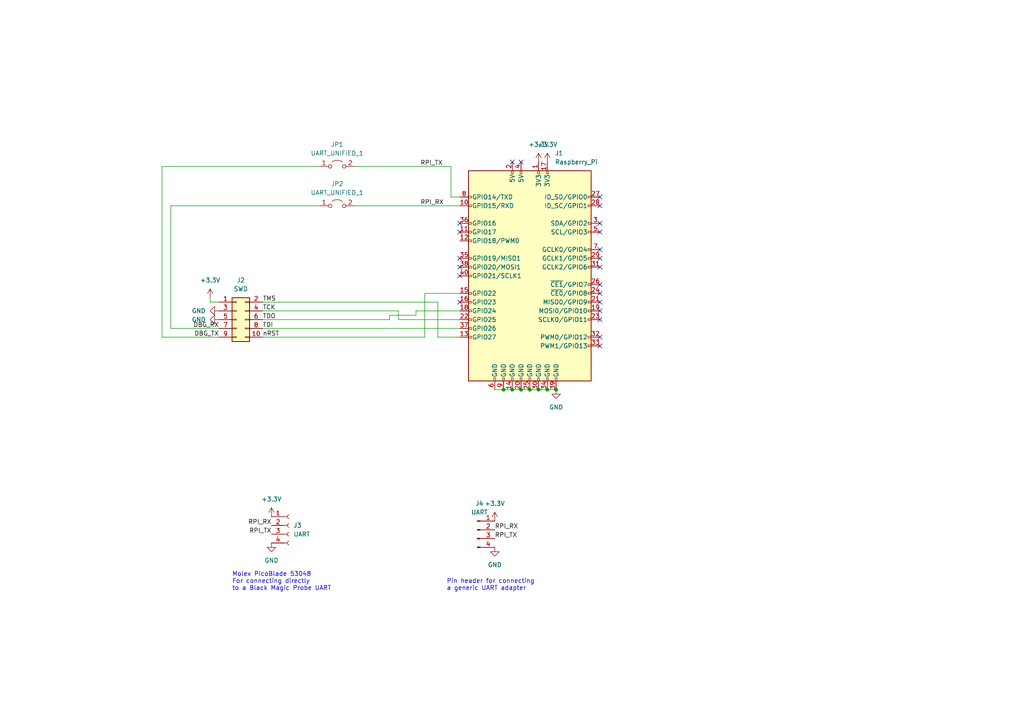
<source format=kicad_sch>
(kicad_sch (version 20230121) (generator eeschema)
  (paper "A4")
  (lib_symbols
    (symbol "Connector:Conn_01x04_Pin" (pin_names (offset 1.016) hide)
      (property "Reference" "J" (at 0 5.08 0))
      (property "Value" "Conn_01x04_Pin" (at 0 -7.62 0))
      (symbol "Conn_01x04_Pin_1_1"
        (polyline (pts (xy 1.27 -5.08) (xy 0.8636 -5.08)) (stroke (width 0.1524)))
        (polyline (pts (xy 1.27 -2.54) (xy 0.8636 -2.54)) (stroke (width 0.1524)))
        (polyline (pts (xy 1.27 0) (xy 0.8636 0)) (stroke (width 0.1524)))
        (polyline (pts (xy 1.27 2.54) (xy 0.8636 2.54)) (stroke (width 0.1524)))
        (rectangle (start 0.8636 -4.953) (end 0 -5.207) (stroke (width 0.1524)) (fill (type outline)))
        (rectangle (start 0.8636 -2.413) (end 0 -2.667) (stroke (width 0.1524)) (fill (type outline)))
        (rectangle (start 0.8636 0.127) (end 0 -0.127) (stroke (width 0.1524)) (fill (type outline)))
        (rectangle (start 0.8636 2.667) (end 0 2.413) (stroke (width 0.1524)) (fill (type outline)))
        (pin passive line (at 5.08 2.54 180) (length 3.81) (name "Pin_1") (number "1"))
        (pin passive line (at 5.08 0 180) (length 3.81) (name "Pin_2") (number "2"))
        (pin passive line (at 5.08 -2.54 180) (length 3.81) (name "Pin_3") (number "3"))
        (pin passive line (at 5.08 -5.08 180) (length 3.81) (name "Pin_4") (number "4"))
      )
    )
    (symbol "Connector:Conn_01x04_Socket" (pin_names (offset 1.016) hide)
      (property "Reference" "J" (at 0 5.08 0))
      (property "Value" "Conn_01x04_Socket" (at 0 -7.62 0))
      (symbol "Conn_01x04_Socket_1_1"
        (arc (start 0 -4.572) (mid -0.5058 -5.08) (end 0 -5.588) (stroke (width 0.1524)))
        (arc (start 0 -2.032) (mid -0.5058 -2.54) (end 0 -3.048) (stroke (width 0.1524)))
        (polyline (pts (xy -1.27 -5.08) (xy -0.508 -5.08)) (stroke (width 0.1524)))
        (polyline (pts (xy -1.27 -2.54) (xy -0.508 -2.54)) (stroke (width 0.1524)))
        (polyline (pts (xy -1.27 0) (xy -0.508 0)) (stroke (width 0.1524)))
        (polyline (pts (xy -1.27 2.54) (xy -0.508 2.54)) (stroke (width 0.1524)))
        (arc (start 0 0.508) (mid -0.5058 0) (end 0 -0.508) (stroke (width 0.1524)))
        (arc (start 0 3.048) (mid -0.5058 2.54) (end 0 2.032) (stroke (width 0.1524)))
        (pin passive line (at -5.08 2.54 0) (length 3.81) (name "Pin_1") (number "1"))
        (pin passive line (at -5.08 0 0) (length 3.81) (name "Pin_2") (number "2"))
        (pin passive line (at -5.08 -2.54 0) (length 3.81) (name "Pin_3") (number "3"))
        (pin passive line (at -5.08 -5.08 0) (length 3.81) (name "Pin_4") (number "4"))
      )
    )
    (symbol "Connector:Raspberry_Pi_2_3" (pin_names (offset 1.016))
      (property "Reference" "J" (at -17.78 31.75 0))
      (property "Value" "Raspberry_Pi_2_3" (at 10.16 -31.75 0))
      (symbol "Raspberry_Pi_2_3_0_1"
        (rectangle (start -17.78 30.48) (end 17.78 -30.48) (stroke (width 0.254)) (fill (type background)))
      )
      (symbol "Raspberry_Pi_2_3_1_1"
        (rectangle (start -16.891 -17.526) (end -17.78 -18.034))
        (rectangle (start -16.891 -14.986) (end -17.78 -15.494))
        (rectangle (start -16.891 -12.446) (end -17.78 -12.954))
        (rectangle (start -16.891 -9.906) (end -17.78 -10.414))
        (rectangle (start -16.891 -7.366) (end -17.78 -7.874))
        (rectangle (start -16.891 -4.826) (end -17.78 -5.334))
        (rectangle (start -16.891 0.254) (end -17.78 -0.254))
        (rectangle (start -16.891 2.794) (end -17.78 2.286))
        (rectangle (start -16.891 5.334) (end -17.78 4.826))
        (rectangle (start -16.891 10.414) (end -17.78 9.906))
        (rectangle (start -16.891 12.954) (end -17.78 12.446))
        (rectangle (start -16.891 15.494) (end -17.78 14.986))
        (rectangle (start -16.891 20.574) (end -17.78 20.066))
        (rectangle (start -16.891 23.114) (end -17.78 22.606))
        (rectangle (start -10.414 -29.591) (end -9.906 -30.48))
        (rectangle (start -7.874 -29.591) (end -7.366 -30.48))
        (rectangle (start -5.334 -29.591) (end -4.826 -30.48))
        (rectangle (start -5.334 30.48) (end -4.826 29.591))
        (rectangle (start -2.794 -29.591) (end -2.286 -30.48))
        (rectangle (start -2.794 30.48) (end -2.286 29.591))
        (rectangle (start -0.254 -29.591) (end 0.254 -30.48))
        (rectangle (start 2.286 -29.591) (end 2.794 -30.48))
        (rectangle (start 2.286 30.48) (end 2.794 29.591))
        (rectangle (start 4.826 -29.591) (end 5.334 -30.48))
        (rectangle (start 4.826 30.48) (end 5.334 29.591))
        (rectangle (start 7.366 -29.591) (end 7.874 -30.48))
        (rectangle (start 17.78 -20.066) (end 16.891 -20.574))
        (rectangle (start 17.78 -17.526) (end 16.891 -18.034))
        (rectangle (start 17.78 -12.446) (end 16.891 -12.954))
        (rectangle (start 17.78 -9.906) (end 16.891 -10.414))
        (rectangle (start 17.78 -7.366) (end 16.891 -7.874))
        (rectangle (start 17.78 -4.826) (end 16.891 -5.334))
        (rectangle (start 17.78 -2.286) (end 16.891 -2.794))
        (rectangle (start 17.78 2.794) (end 16.891 2.286))
        (rectangle (start 17.78 5.334) (end 16.891 4.826))
        (rectangle (start 17.78 7.874) (end 16.891 7.366))
        (rectangle (start 17.78 12.954) (end 16.891 12.446))
        (rectangle (start 17.78 15.494) (end 16.891 14.986))
        (rectangle (start 17.78 20.574) (end 16.891 20.066))
        (rectangle (start 17.78 23.114) (end 16.891 22.606))
        (pin power_in line (at 2.54 33.02 270) (length 2.54) (name "3V3") (number "1"))
        (pin bidirectional line (at -20.32 20.32 0) (length 2.54) (name "GPIO15/RXD") (number "10"))
        (pin bidirectional line (at -20.32 12.7 0) (length 2.54) (name "GPIO17") (number "11"))
        (pin bidirectional line (at -20.32 10.16 0) (length 2.54) (name "GPIO18/PWM0") (number "12"))
        (pin bidirectional line (at -20.32 -17.78 0) (length 2.54) (name "GPIO27") (number "13"))
        (pin power_in line (at -5.08 -33.02 90) (length 2.54) (name "GND") (number "14"))
        (pin bidirectional line (at -20.32 -5.08 0) (length 2.54) (name "GPIO22") (number "15"))
        (pin bidirectional line (at -20.32 -7.62 0) (length 2.54) (name "GPIO23") (number "16"))
        (pin power_in line (at 5.08 33.02 270) (length 2.54) (name "3V3") (number "17"))
        (pin bidirectional line (at -20.32 -10.16 0) (length 2.54) (name "GPIO24") (number "18"))
        (pin bidirectional line (at 20.32 -10.16 180) (length 2.54) (name "MOSI0/GPIO10") (number "19"))
        (pin power_in line (at -5.08 33.02 270) (length 2.54) (name "5V") (number "2"))
        (pin power_in line (at -2.54 -33.02 90) (length 2.54) (name "GND") (number "20"))
        (pin bidirectional line (at 20.32 -7.62 180) (length 2.54) (name "MISO0/GPIO9") (number "21"))
        (pin bidirectional line (at -20.32 -12.7 0) (length 2.54) (name "GPIO25") (number "22"))
        (pin bidirectional line (at 20.32 -12.7 180) (length 2.54) (name "SCLK0/GPIO11") (number "23"))
        (pin bidirectional line (at 20.32 -5.08 180) (length 2.54) (name "~{CE0}/GPIO8") (number "24"))
        (pin power_in line (at 0 -33.02 90) (length 2.54) (name "GND") (number "25"))
        (pin bidirectional line (at 20.32 -2.54 180) (length 2.54) (name "~{CE1}/GPIO7") (number "26"))
        (pin bidirectional line (at 20.32 22.86 180) (length 2.54) (name "ID_SD/GPIO0") (number "27"))
        (pin bidirectional line (at 20.32 20.32 180) (length 2.54) (name "ID_SC/GPIO1") (number "28"))
        (pin bidirectional line (at 20.32 5.08 180) (length 2.54) (name "GCLK1/GPIO5") (number "29"))
        (pin bidirectional line (at 20.32 15.24 180) (length 2.54) (name "SDA/GPIO2") (number "3"))
        (pin power_in line (at 2.54 -33.02 90) (length 2.54) (name "GND") (number "30"))
        (pin bidirectional line (at 20.32 2.54 180) (length 2.54) (name "GCLK2/GPIO6") (number "31"))
        (pin bidirectional line (at 20.32 -17.78 180) (length 2.54) (name "PWM0/GPIO12") (number "32"))
        (pin bidirectional line (at 20.32 -20.32 180) (length 2.54) (name "PWM1/GPIO13") (number "33"))
        (pin power_in line (at 5.08 -33.02 90) (length 2.54) (name "GND") (number "34"))
        (pin bidirectional line (at -20.32 5.08 0) (length 2.54) (name "GPIO19/MISO1") (number "35"))
        (pin bidirectional line (at -20.32 15.24 0) (length 2.54) (name "GPIO16") (number "36"))
        (pin bidirectional line (at -20.32 -15.24 0) (length 2.54) (name "GPIO26") (number "37"))
        (pin bidirectional line (at -20.32 2.54 0) (length 2.54) (name "GPIO20/MOSI1") (number "38"))
        (pin power_in line (at 7.62 -33.02 90) (length 2.54) (name "GND") (number "39"))
        (pin power_in line (at -2.54 33.02 270) (length 2.54) (name "5V") (number "4"))
        (pin bidirectional line (at -20.32 0 0) (length 2.54) (name "GPIO21/SCLK1") (number "40"))
        (pin bidirectional line (at 20.32 12.7 180) (length 2.54) (name "SCL/GPIO3") (number "5"))
        (pin power_in line (at -10.16 -33.02 90) (length 2.54) (name "GND") (number "6"))
        (pin bidirectional line (at 20.32 7.62 180) (length 2.54) (name "GCLK0/GPIO4") (number "7"))
        (pin bidirectional line (at -20.32 22.86 0) (length 2.54) (name "GPIO14/TXD") (number "8"))
        (pin power_in line (at -7.62 -33.02 90) (length 2.54) (name "GND") (number "9"))
      )
    )
    (symbol "Connector_Generic:Conn_02x05_Odd_Even" (pin_names (offset 1.016) hide)
      (property "Reference" "J" (at 1.27 7.62 0))
      (property "Value" "Conn_02x05_Odd_Even" (at 1.27 -7.62 0))
      (symbol "Conn_02x05_Odd_Even_1_1"
        (rectangle (start -1.27 -4.953) (end 0 -5.207) (stroke (width 0.1524)))
        (rectangle (start -1.27 -2.413) (end 0 -2.667) (stroke (width 0.1524)))
        (rectangle (start -1.27 0.127) (end 0 -0.127) (stroke (width 0.1524)))
        (rectangle (start -1.27 2.667) (end 0 2.413) (stroke (width 0.1524)))
        (rectangle (start -1.27 5.207) (end 0 4.953) (stroke (width 0.1524)))
        (rectangle (start -1.27 6.35) (end 3.81 -6.35) (stroke (width 0.254)) (fill (type background)))
        (rectangle (start 3.81 -4.953) (end 2.54 -5.207) (stroke (width 0.1524)))
        (rectangle (start 3.81 -2.413) (end 2.54 -2.667) (stroke (width 0.1524)))
        (rectangle (start 3.81 0.127) (end 2.54 -0.127) (stroke (width 0.1524)))
        (rectangle (start 3.81 2.667) (end 2.54 2.413) (stroke (width 0.1524)))
        (rectangle (start 3.81 5.207) (end 2.54 4.953) (stroke (width 0.1524)))
        (pin passive line (at -5.08 5.08 0) (length 3.81) (name "Pin_1") (number "1"))
        (pin passive line (at 7.62 -5.08 180) (length 3.81) (name "Pin_10") (number "10"))
        (pin passive line (at 7.62 5.08 180) (length 3.81) (name "Pin_2") (number "2"))
        (pin passive line (at -5.08 2.54 0) (length 3.81) (name "Pin_3") (number "3"))
        (pin passive line (at 7.62 2.54 180) (length 3.81) (name "Pin_4") (number "4"))
        (pin passive line (at -5.08 0 0) (length 3.81) (name "Pin_5") (number "5"))
        (pin passive line (at 7.62 0 180) (length 3.81) (name "Pin_6") (number "6"))
        (pin passive line (at -5.08 -2.54 0) (length 3.81) (name "Pin_7") (number "7"))
        (pin passive line (at 7.62 -2.54 180) (length 3.81) (name "Pin_8") (number "8"))
        (pin passive line (at -5.08 -5.08 0) (length 3.81) (name "Pin_9") (number "9"))
      )
    )
    (symbol "Jumper:Jumper_2_Open" (pin_names (offset 0) hide)
      (property "Reference" "JP" (at 0 2.794 0))
      (property "Value" "Jumper_2_Open" (at 0 -2.286 0))
      (symbol "Jumper_2_Open_0_0"
        (circle (center -2.032 0) (radius 0.508))
        (circle (center 2.032 0) (radius 0.508))
      )
      (symbol "Jumper_2_Open_0_1"
        (arc (start 1.524 1.27) (mid 0 1.778) (end -1.524 1.27))
      )
      (symbol "Jumper_2_Open_1_1"
        (pin passive line (at -5.08 0 0) (length 2.54) (name "A") (number "1"))
        (pin passive line (at 5.08 0 180) (length 2.54) (name "B") (number "2"))
      )
    )
    (symbol "power:+3.3V" (power) (pin_names (offset 0))
      (property "Value" "+3.3V" (at 0 3.556 0))
      (symbol "+3.3V_0_1"
        (polyline (pts (xy -0.762 1.27) (xy 0 2.54)))
        (polyline (pts (xy 0 0) (xy 0 2.54)))
        (polyline (pts (xy 0 2.54) (xy 0.762 1.27)))
      )
      (symbol "+3.3V_1_1"
        (pin power_in line (at 0 0 90) (length 0) hide (name "+3.3V") (number "1"))
      )
    )
    (symbol "power:GND" (power) (pin_names (offset 0))
      (property "Value" "GND" (at 0 -3.81 0))
      (symbol "GND_0_1"
        (polyline (pts (xy 0 0) (xy 0 -1.27) (xy 1.27 -1.27) (xy 0 -2.54) (xy -1.27 -1.27) (xy 0 -1.27)))
      )
      (symbol "GND_1_1"
        (pin power_in line (at 0 0 270) (length 0) hide (name "GND") (number "1"))
      )
    )
  )
  (junction (at 161.29 113.03))
  (junction (at 156.21 113.03))
  (junction (at 146.05 113.03))
  (junction (at 151.13 113.03))
  (junction (at 148.59 113.03))
  (junction (at 158.75 113.03))
  (junction (at 153.67 113.03))
  (no_connect (at 173.99 57.15))
  (no_connect (at 173.99 59.69))
  (no_connect (at 173.99 100.33))
  (no_connect (at 173.99 87.63))
  (no_connect (at 173.99 90.17))
  (no_connect (at 151.13 46.99))
  (no_connect (at 173.99 74.93))
  (no_connect (at 148.59 46.99))
  (no_connect (at 133.35 87.63))
  (no_connect (at 173.99 97.79))
  (no_connect (at 173.99 64.77))
  (no_connect (at 173.99 82.55))
  (no_connect (at 133.35 64.77))
  (no_connect (at 133.35 74.93))
  (no_connect (at 173.99 85.09))
  (no_connect (at 173.99 67.31))
  (no_connect (at 133.35 80.01))
  (no_connect (at 133.35 67.31))
  (no_connect (at 173.99 92.71))
  (no_connect (at 173.99 77.47))
  (no_connect (at 173.99 72.39))
  (no_connect (at 133.35 77.47))
  (wire (pts (xy 115.57 90.17) (xy 76.2 90.17)))
  (wire (pts (xy 49.53 59.69) (xy 49.53 95.25)))
  (wire (pts (xy 60.96 87.63) (xy 63.5 87.63)))
  (wire (pts (xy 102.87 48.26) (xy 130.81 48.26)))
  (wire (pts (xy 146.05 113.03) (xy 148.59 113.03)))
  (wire (pts (xy 46.99 97.79) (xy 46.99 48.26)))
  (wire (pts (xy 151.13 113.03) (xy 153.67 113.03)))
  (wire (pts (xy 120.65 90.17) (xy 120.65 91.44)))
  (wire (pts (xy 127 97.79) (xy 127 87.63)))
  (wire (pts (xy 113.03 91.44) (xy 113.03 92.71)))
  (wire (pts (xy 123.19 85.09) (xy 133.35 85.09)))
  (wire (pts (xy 76.2 97.79) (xy 123.19 97.79)))
  (wire (pts (xy 92.71 59.69) (xy 49.53 59.69)))
  (wire (pts (xy 60.96 86.36) (xy 60.96 87.63)))
  (wire (pts (xy 123.19 85.09) (xy 123.19 97.79)))
  (wire (pts (xy 158.75 113.03) (xy 161.29 113.03)))
  (wire (pts (xy 102.87 59.69) (xy 133.35 59.69)))
  (wire (pts (xy 63.5 97.79) (xy 46.99 97.79)))
  (wire (pts (xy 130.81 57.15) (xy 133.35 57.15)))
  (wire (pts (xy 127 87.63) (xy 76.2 87.63)))
  (wire (pts (xy 120.65 91.44) (xy 113.03 91.44)))
  (wire (pts (xy 46.99 48.26) (xy 92.71 48.26)))
  (wire (pts (xy 115.57 92.71) (xy 115.57 90.17)))
  (wire (pts (xy 143.51 113.03) (xy 146.05 113.03)))
  (wire (pts (xy 49.53 95.25) (xy 63.5 95.25)))
  (wire (pts (xy 133.35 97.79) (xy 127 97.79)))
  (wire (pts (xy 156.21 113.03) (xy 158.75 113.03)))
  (wire (pts (xy 76.2 95.25) (xy 133.35 95.25)))
  (wire (pts (xy 148.59 113.03) (xy 151.13 113.03)))
  (wire (pts (xy 133.35 90.17) (xy 120.65 90.17)))
  (wire (pts (xy 76.2 92.71) (xy 113.03 92.71)))
  (wire (pts (xy 115.57 92.71) (xy 133.35 92.71)))
  (wire (pts (xy 130.81 48.26) (xy 130.81 57.15)))
  (wire (pts (xy 153.67 113.03) (xy 156.21 113.03)))
  (text "Molex PicoBlade 53048\nFor connecting directly\nto a Black Magic Probe UART" (at 67.31 171.45 0) (effects (font (size 1.27 1.27)) (justify left bottom)))
  (text "Pin header for connecting\na generic UART adapter" (at 129.54 171.45 0) (effects (font (size 1.27 1.27)) (justify left bottom)))
  (label "nRST" (at 76.2 97.79 0))
  (label "RPI_TX" (at 143.51 156.21 0))
  (label "TDI" (at 76.2 95.25 0))
  (label "RPI_RX" (at 143.51 153.67 0))
  (label "TCK" (at 76.2 90.17 0))
  (label "RPI_TX" (at 121.92 48.26 0))
  (label "RPI_RX" (at 78.74 152.4 180))
  (label "TDO" (at 76.2 92.71 0))
  (label "RPI_TX" (at 78.74 154.94 180))
  (label "RPI_RX" (at 121.92 59.69 0))
  (label "TMS" (at 76.2 87.63 0))
  (label "DBG_RX" (at 63.5 95.25 180))
  (label "DBG_TX" (at 63.5 97.79 180))
  (symbol (lib_id "power:GND") (at 143.51 158.75 0) (unit 1)
    (property "Reference" "#PWR010" (effects hide))
    (property "Value" "GND" (at 143.51 163.83 0))
  )
  (symbol (lib_id "Connector_Generic:Conn_02x05_Odd_Even") (at 68.58 92.71 0) (unit 1)
    (property "Reference" "J2" (at 69.85 81.28 0))
    (property "Value" "SWD" (at 69.85 83.82 0))
    (property "Footprint" "Connector_PinHeader_1.27mm:PinHeader_2x05_P1.27mm_Vertical" (effects hide))
  )
  (symbol (lib_id "Jumper:Jumper_2_Open") (at 97.79 48.26 0) (unit 1)
    (property "Reference" "JP1" (at 97.79 41.91 0))
    (property "Value" "UART_UNIFIED_1" (at 97.79 44.45 0))
    (property "Footprint" "Jumper:SolderJumper-2_P1.3mm_Open_TrianglePad1.0x1.5mm" (effects hide))
  )
  (symbol (lib_id "power:GND") (at 78.74 157.48 0) (unit 1)
    (property "Reference" "#PWR09" (effects hide))
    (property "Value" "GND" (at 78.74 162.56 0))
  )
  (symbol (lib_id "Connector:Raspberry_Pi_2_3") (at 153.67 80.01 0) (unit 1)
    (property "Reference" "J1" (at 160.9441 44.45 0) (effects (justify left)))
    (property "Value" "Raspberry_Pi" (at 160.9441 46.99 0) (effects (justify left)))
    (property "Footprint" "Connector_PinHeader_2.54mm:PinHeader_2x20_P2.54mm_Vertical" (effects hide))
    (property "Datasheet" "https://www.raspberrypi.org/documentation/hardware/raspberrypi/schematics/rpi_SCH_3bplus_1p0_reduced.pdf" (effects hide))
  )
  (symbol (lib_id "power:GND") (at 161.29 113.03 0) (unit 1)
    (property "Reference" "#PWR06" (effects hide))
    (property "Value" "GND" (at 161.29 118.11 0))
  )
  (symbol (lib_id "power:GND") (at 63.5 92.71 270) (unit 1)
    (property "Reference" "#PWR02" (effects hide))
    (property "Value" "GND" (at 59.69 92.71 90) (effects (justify right)))
  )
  (symbol (lib_id "power:GND") (at 63.5 90.17 270) (unit 1)
    (property "Reference" "#PWR01" (effects hide))
    (property "Value" "GND" (at 59.69 90.17 90) (effects (justify right)))
  )
  (symbol (lib_id "Jumper:Jumper_2_Open") (at 97.79 59.69 0) (unit 1)
    (property "Reference" "JP2" (at 97.79 53.34 0))
    (property "Value" "UART_UNIFIED_1" (at 97.79 55.88 0))
    (property "Footprint" "Jumper:SolderJumper-2_P1.3mm_Open_TrianglePad1.0x1.5mm" (effects hide))
  )
  (symbol (lib_id "Connector:Conn_01x04_Socket") (at 83.82 152.4 0) (unit 1)
    (property "Reference" "J3" (at 85.09 152.4 0) (effects (justify left)))
    (property "Value" "UART" (at 85.09 154.94 0) (effects (justify left)))
    (property "Footprint" "Connector_Molex:Molex_PicoBlade_53048-0410_1x04_P1.25mm_Horizontal" (effects hide))
  )
  (symbol (lib_id "power:+3.3V") (at 158.75 46.99 0) (unit 1)
    (property "Reference" "#PWR05" (effects hide))
    (property "Value" "+3.3V" (at 158.75 41.91 0))
  )
  (symbol (lib_id "power:+3.3V") (at 143.51 151.13 0) (unit 1)
    (property "Reference" "#PWR08" (effects hide))
    (property "Value" "+3.3V" (at 143.51 146.05 0))
  )
  (symbol (lib_id "power:+3.3V") (at 78.74 149.86 0) (unit 1)
    (property "Reference" "#PWR07" (effects hide))
    (property "Value" "+3.3V" (at 78.74 144.78 0))
  )
  (symbol (lib_id "Connector:Conn_01x04_Pin") (at 138.43 153.67 0) (unit 1)
    (property "Reference" "J4" (at 139.065 146.05 0))
    (property "Value" "UART" (at 139.065 148.59 0))
    (property "Footprint" "Connector_PinHeader_2.54mm:PinHeader_1x04_P2.54mm_Vertical" (effects hide))
  )
  (symbol (lib_id "power:+3.3V") (at 156.21 46.99 0) (unit 1)
    (property "Reference" "#PWR04" (effects hide))
    (property "Value" "+3.3V" (at 156.21 41.91 0))
  )
  (symbol (lib_id "power:+3.3V") (at 60.96 86.36 0) (unit 1)
    (property "Reference" "#PWR03" (effects hide))
    (property "Value" "+3.3V" (at 60.96 81.28 0))
  )
)
</source>
